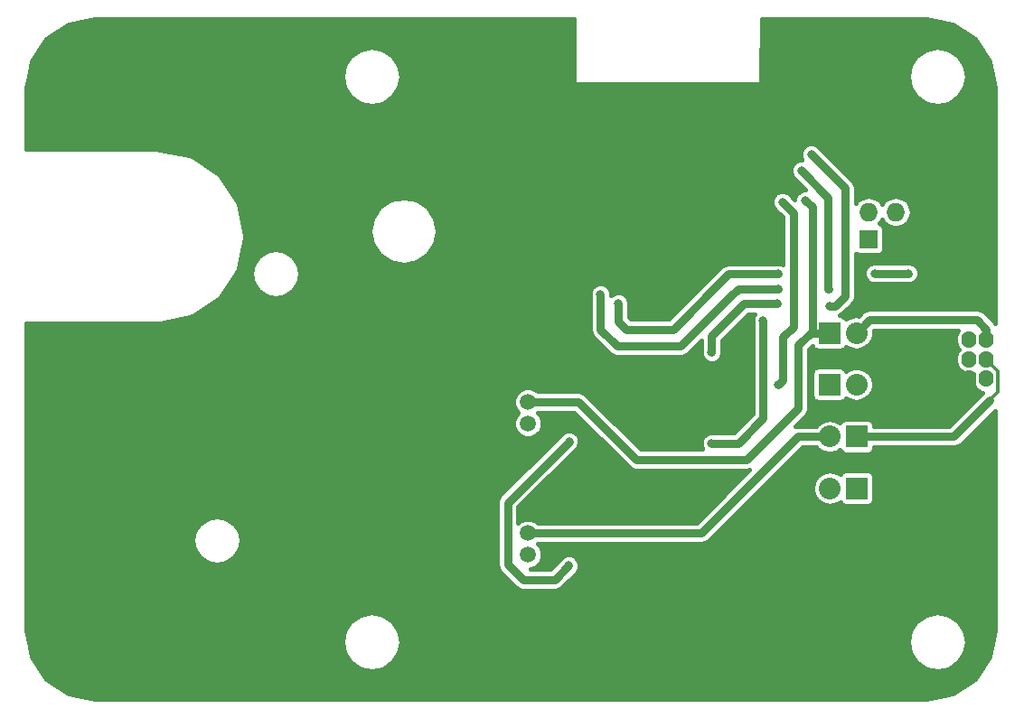
<source format=gtl>
G04 #@! TF.FileFunction,Copper,L1,Top,Signal*
%FSLAX46Y46*%
G04 Gerber Fmt 4.6, Leading zero omitted, Abs format (unit mm)*
G04 Created by KiCad (PCBNEW 4.0.0-rc1-stable) date 30.1.2017 12:24:40*
%MOMM*%
G01*
G04 APERTURE LIST*
%ADD10C,0.100000*%
%ADD11R,1.727200X1.727200*%
%ADD12O,1.727200X1.727200*%
%ADD13C,1.500000*%
%ADD14O,1.400000X1.600000*%
%ADD15R,2.032000X2.032000*%
%ADD16O,2.032000X2.032000*%
%ADD17C,0.800000*%
%ADD18C,0.800000*%
%ADD19C,0.300000*%
%ADD20C,0.400000*%
G04 APERTURE END LIST*
D10*
D11*
X79530000Y43760000D03*
D12*
X79530000Y46300000D03*
X82070000Y43760000D03*
X82070000Y46300000D03*
D13*
X47620000Y18170000D03*
X47620000Y16170000D03*
X47620000Y14170000D03*
X47620000Y30470000D03*
X47620000Y28470000D03*
X47620000Y26470000D03*
D14*
X88970000Y34330000D03*
X90570000Y34330000D03*
X90570000Y32500000D03*
X90570000Y30670000D03*
X88970000Y30670000D03*
X88970000Y32500000D03*
D15*
X78420000Y25240000D03*
D16*
X75880000Y25240000D03*
D15*
X78430000Y20400000D03*
D16*
X75890000Y20400000D03*
D15*
X75850000Y34960000D03*
D16*
X78390000Y34960000D03*
D15*
X75850000Y30130000D03*
D16*
X78390000Y30130000D03*
D17*
X51450000Y13140000D03*
X51470000Y24790000D03*
X76890000Y13140000D03*
X79880000Y32430000D03*
X81050000Y22750000D03*
X73050000Y18330000D03*
X72210000Y21300000D03*
X62970000Y39090000D03*
X62610000Y52320000D03*
X59320000Y52320000D03*
X59490000Y48290000D03*
X62670000Y48260000D03*
X76110000Y51590000D03*
X86450000Y37930000D03*
X84850000Y30660000D03*
X62820000Y32130000D03*
X63210000Y24790000D03*
X79900000Y9870000D03*
X69800000Y15760000D03*
X76670000Y9880000D03*
X83240000Y40540000D03*
X80130000Y40540000D03*
X54420000Y38600000D03*
X71080000Y39100000D03*
X71100000Y40470000D03*
X56100000Y37710000D03*
X73620000Y47400000D03*
X71460000Y47240000D03*
X71050000Y30070000D03*
X64840000Y24610000D03*
X69660000Y36100000D03*
X74160000Y51690000D03*
X75860000Y37480000D03*
X73230000Y50170000D03*
X71010000Y37680000D03*
X64840000Y33160000D03*
X75770000Y39100000D03*
D18*
X45720000Y19040000D02*
X45720000Y13260000D01*
X45720000Y13260000D02*
X47160000Y11820000D01*
X47160000Y11820000D02*
X50130000Y11820000D01*
X50130000Y11820000D02*
X51450000Y13140000D01*
X45720000Y19040000D02*
X51470000Y24790000D01*
X51470000Y24790000D02*
X51460000Y24790000D01*
X76670000Y9880000D02*
X76670000Y12920000D01*
X76670000Y12920000D02*
X76890000Y13140000D01*
X84850000Y30660000D02*
X81650000Y30660000D01*
X81650000Y30660000D02*
X79880000Y32430000D01*
X72210000Y21300000D02*
X72590000Y21300000D01*
X74040000Y22750000D02*
X81050000Y22750000D01*
X72590000Y21300000D02*
X74040000Y22750000D01*
X69800000Y15760000D02*
X69800000Y18890000D01*
X69800000Y18890000D02*
X72210000Y21300000D01*
X62670000Y48260000D02*
X62670000Y39390000D01*
X62670000Y39390000D02*
X62970000Y39090000D01*
X59320000Y52320000D02*
X62610000Y52320000D01*
X59490000Y48290000D02*
X62640000Y48290000D01*
X62640000Y48290000D02*
X62670000Y48260000D01*
X84180000Y45380000D02*
X84180000Y48940000D01*
X84180000Y48940000D02*
X81530000Y51590000D01*
X81530000Y51590000D02*
X76110000Y51590000D01*
X84180000Y45380000D02*
X82560000Y43760000D01*
X82070000Y43760000D02*
X82560000Y43760000D01*
X86450000Y37930000D02*
X86450000Y39380000D01*
X84860000Y30670000D02*
X84850000Y30660000D01*
X88970000Y30670000D02*
X84860000Y30670000D01*
X86450000Y39380000D02*
X82070000Y43760000D01*
X62820000Y32130000D02*
X59540000Y32130000D01*
X59410000Y32130000D02*
X57640000Y30360000D01*
X59540000Y32130000D02*
X59410000Y32130000D01*
X57640000Y30360000D02*
X63210000Y24790000D01*
X57530000Y30470000D02*
X57640000Y30360000D01*
X57530000Y30470000D02*
X47620000Y30470000D01*
X79890000Y9880000D02*
X79900000Y9870000D01*
X76670000Y9880000D02*
X79890000Y9880000D01*
X69800000Y15760000D02*
X69800000Y10990000D01*
X70910000Y9880000D02*
X76670000Y9880000D01*
X69800000Y10990000D02*
X70910000Y9880000D01*
X76670000Y9880000D02*
X76670000Y9870000D01*
X83240000Y40540000D02*
X80130000Y40540000D01*
X66570000Y38360000D02*
X67310000Y39100000D01*
X59570000Y33750000D02*
X61960000Y33750000D01*
X61960000Y33750000D02*
X66570000Y38360000D01*
X54420000Y38600000D02*
X54420000Y35290000D01*
X55960000Y33750000D02*
X59570000Y33750000D01*
X54420000Y35290000D02*
X55960000Y33750000D01*
X67310000Y39100000D02*
X71080000Y39100000D01*
X66440000Y40470000D02*
X71100000Y40470000D01*
X61260000Y35290000D02*
X65850000Y39880000D01*
X60770000Y35290000D02*
X61260000Y35290000D01*
X56100000Y37710000D02*
X56100000Y36030000D01*
X56840000Y35290000D02*
X60770000Y35290000D01*
X56100000Y36030000D02*
X56840000Y35290000D01*
X65850000Y39880000D02*
X66440000Y40470000D01*
X78390000Y34960000D02*
X79640000Y36210000D01*
X90570000Y35290000D02*
X90570000Y34330000D01*
X89650000Y36210000D02*
X90570000Y35290000D01*
X79640000Y36210000D02*
X89650000Y36210000D01*
X64820000Y23060000D02*
X68110000Y23060000D01*
X72940000Y33800000D02*
X74270000Y35130000D01*
X72940000Y27890000D02*
X72940000Y33800000D01*
X68110000Y23060000D02*
X72940000Y27890000D01*
X73620000Y47400000D02*
X74270000Y46750000D01*
X74270000Y46750000D02*
X74270000Y35130000D01*
X74270000Y35130000D02*
X74270000Y34960000D01*
X62200000Y23060000D02*
X57760000Y23060000D01*
X57760000Y23060000D02*
X52350000Y28470000D01*
X62200000Y23060000D02*
X64820000Y23060000D01*
X47620000Y28470000D02*
X52350000Y28470000D01*
X74270000Y34960000D02*
X75850000Y34960000D01*
D19*
X90910000Y28640000D02*
X91680000Y29410000D01*
D18*
X78420000Y25240000D02*
X87510000Y25240000D01*
X87510000Y25240000D02*
X90910000Y28640000D01*
D19*
X91680000Y31390000D02*
X90570000Y32500000D01*
X91680000Y29410000D02*
X91680000Y31390000D01*
D18*
X72480000Y37650000D02*
X72480000Y35530000D01*
X72480000Y37650000D02*
X72480000Y46220000D01*
X72480000Y46220000D02*
X71460000Y47240000D01*
X71500000Y30520000D02*
X71050000Y30070000D01*
X71500000Y34550000D02*
X71500000Y30520000D01*
X72480000Y35530000D02*
X71500000Y34550000D01*
X47620000Y16170000D02*
X63840000Y16170000D01*
X72910000Y25240000D02*
X75880000Y25240000D01*
X63840000Y16170000D02*
X72910000Y25240000D01*
X69660000Y36100000D02*
X69660000Y34830000D01*
X64840000Y24610000D02*
X67320000Y24610000D01*
X69660000Y26950000D02*
X69660000Y34830000D01*
X67320000Y24610000D02*
X69660000Y26950000D01*
X77310000Y40160000D02*
X77310000Y38380000D01*
X77310000Y48540000D02*
X77310000Y40160000D01*
X74160000Y51690000D02*
X77310000Y48540000D01*
X76410000Y37480000D02*
X75860000Y37480000D01*
X77310000Y38380000D02*
X76410000Y37480000D01*
X75760000Y47640000D02*
X75760000Y39100000D01*
X73230000Y50170000D02*
X75760000Y47640000D01*
X64840000Y34670000D02*
X67850000Y37680000D01*
X67850000Y37680000D02*
X71010000Y37680000D01*
X64840000Y33160000D02*
X64840000Y34670000D01*
X75770000Y39100000D02*
X75760000Y39100000D01*
D20*
G36*
X51940000Y58460325D02*
X51953678Y58387309D01*
X51996638Y58320546D01*
X52062189Y58275757D01*
X52140000Y58260000D01*
X69290000Y58260000D01*
X69362389Y58273560D01*
X69429221Y58316412D01*
X69474116Y58381890D01*
X69490000Y58459675D01*
X69490887Y59006400D01*
X83251100Y59006400D01*
X83460431Y57954021D01*
X84056556Y57061856D01*
X84948721Y56465731D01*
X86001100Y56256400D01*
X87053479Y56465731D01*
X87945644Y57061856D01*
X88541769Y57954021D01*
X88751100Y59006400D01*
X88541769Y60058779D01*
X87945644Y60950944D01*
X87053479Y61547069D01*
X86001100Y61756400D01*
X84948721Y61547069D01*
X84056556Y60950944D01*
X83460431Y60058779D01*
X83251100Y59006400D01*
X69490887Y59006400D01*
X69499573Y64356400D01*
X84937083Y64356400D01*
X87426266Y63861271D01*
X89482222Y62487524D01*
X90855971Y60431566D01*
X91351100Y57942379D01*
X91351100Y35886369D01*
X91277107Y35997107D01*
X91277104Y35997109D01*
X90357107Y36917107D01*
X90032684Y37133880D01*
X89650000Y37210000D01*
X79640000Y37210000D01*
X79257316Y37133880D01*
X78932893Y36917107D01*
X78563560Y36547774D01*
X78421659Y36576000D01*
X78358341Y36576000D01*
X77739925Y36452989D01*
X77412736Y36234369D01*
X77304510Y36402558D01*
X77104007Y36539556D01*
X76866000Y36587754D01*
X76840028Y36587754D01*
X77117107Y36772893D01*
X78017107Y37672893D01*
X78045118Y37714815D01*
X78233880Y37997317D01*
X78310000Y38380000D01*
X78310000Y40341960D01*
X79129827Y40341960D01*
X79281747Y39974286D01*
X79562806Y39692736D01*
X79930215Y39540174D01*
X80328040Y39539827D01*
X80328459Y39540000D01*
X83239701Y39540000D01*
X83438040Y39539827D01*
X83805714Y39691747D01*
X84087264Y39972806D01*
X84239826Y40340215D01*
X84240173Y40738040D01*
X84088253Y41105714D01*
X83807194Y41387264D01*
X83439785Y41539826D01*
X83041960Y41540173D01*
X83041541Y41540000D01*
X80130299Y41540000D01*
X79931960Y41540173D01*
X79564286Y41388253D01*
X79282736Y41107194D01*
X79130174Y40739785D01*
X79129827Y40341960D01*
X78310000Y40341960D01*
X78310000Y42413739D01*
X78428393Y42332844D01*
X78666400Y42284646D01*
X80393600Y42284646D01*
X80615946Y42326483D01*
X80820158Y42457890D01*
X80957156Y42658393D01*
X81005354Y42896400D01*
X81005354Y44623600D01*
X80963517Y44845946D01*
X80832110Y45050158D01*
X80631607Y45187156D01*
X80512940Y45211187D01*
X80593595Y45265079D01*
X80800000Y45573986D01*
X81006405Y45265079D01*
X81481231Y44947810D01*
X82041326Y44836400D01*
X82098674Y44836400D01*
X82658769Y44947810D01*
X83133595Y45265079D01*
X83450864Y45739905D01*
X83562274Y46300000D01*
X83450864Y46860095D01*
X83133595Y47334921D01*
X82658769Y47652190D01*
X82098674Y47763600D01*
X82041326Y47763600D01*
X81481231Y47652190D01*
X81006405Y47334921D01*
X80800000Y47026014D01*
X80593595Y47334921D01*
X80118769Y47652190D01*
X79558674Y47763600D01*
X79501326Y47763600D01*
X78941231Y47652190D01*
X78466405Y47334921D01*
X78310000Y47100845D01*
X78310000Y48539995D01*
X78310001Y48540000D01*
X78233880Y48922684D01*
X78017107Y49247107D01*
X74867106Y52397108D01*
X74727194Y52537264D01*
X74542686Y52613879D01*
X74542684Y52613880D01*
X74542682Y52613880D01*
X74359785Y52689826D01*
X73961960Y52690173D01*
X73777318Y52613880D01*
X73777316Y52613880D01*
X73777314Y52613879D01*
X73594286Y52538253D01*
X73312736Y52257194D01*
X73236121Y52072686D01*
X73236120Y52072684D01*
X73236120Y52072682D01*
X73160174Y51889785D01*
X73159827Y51491960D01*
X73292881Y51169945D01*
X73031960Y51170173D01*
X72847318Y51093880D01*
X72847316Y51093880D01*
X72847314Y51093879D01*
X72664286Y51018253D01*
X72382736Y50737194D01*
X72306121Y50552686D01*
X72306120Y50552684D01*
X72306120Y50552682D01*
X72230174Y50369785D01*
X72229827Y49971960D01*
X72381747Y49604286D01*
X72662806Y49322736D01*
X72663223Y49322563D01*
X73585756Y48400030D01*
X73421960Y48400173D01*
X73237318Y48323880D01*
X73237316Y48323880D01*
X73237314Y48323879D01*
X73054286Y48248253D01*
X72772736Y47967194D01*
X72696121Y47782686D01*
X72696120Y47782684D01*
X72696120Y47782682D01*
X72620174Y47599785D01*
X72620082Y47494132D01*
X72167106Y47947108D01*
X72027194Y48087264D01*
X71842686Y48163879D01*
X71842684Y48163880D01*
X71842682Y48163880D01*
X71659785Y48239826D01*
X71261960Y48240173D01*
X71077318Y48163880D01*
X71077316Y48163880D01*
X71077314Y48163879D01*
X70894286Y48088253D01*
X70612736Y47807194D01*
X70536121Y47622686D01*
X70536120Y47622684D01*
X70536120Y47622682D01*
X70460174Y47439785D01*
X70459827Y47041960D01*
X70611747Y46674286D01*
X70892806Y46392736D01*
X70893223Y46392563D01*
X71480000Y45805786D01*
X71480000Y41394994D01*
X71299785Y41469826D01*
X70901960Y41470173D01*
X70901541Y41470000D01*
X66440000Y41470000D01*
X66057316Y41393880D01*
X65732893Y41177107D01*
X60845786Y36290000D01*
X57254214Y36290000D01*
X57100000Y36444214D01*
X57100000Y37710000D01*
X57100173Y37908040D01*
X56948253Y38275714D01*
X56667194Y38557264D01*
X56299785Y38709826D01*
X55901960Y38710173D01*
X55534286Y38558253D01*
X55420000Y38444166D01*
X55420000Y38600000D01*
X55420173Y38798040D01*
X55268253Y39165714D01*
X54987194Y39447264D01*
X54619785Y39599826D01*
X54221960Y39600173D01*
X53854286Y39448253D01*
X53572736Y39167194D01*
X53420174Y38799785D01*
X53419827Y38401960D01*
X53420000Y38401541D01*
X53420000Y35290000D01*
X53496120Y34907316D01*
X53712893Y34582893D01*
X55252893Y33042893D01*
X55577316Y32826120D01*
X55960000Y32750000D01*
X61960000Y32750000D01*
X62342684Y32826120D01*
X62667107Y33042893D01*
X63840000Y34215786D01*
X63840000Y33160299D01*
X63839827Y32961960D01*
X63991747Y32594286D01*
X64272806Y32312736D01*
X64640215Y32160174D01*
X65038040Y32159827D01*
X65405714Y32311747D01*
X65687264Y32592806D01*
X65839826Y32960215D01*
X65840173Y33358040D01*
X65840000Y33358459D01*
X65840000Y34255786D01*
X68264214Y36680000D01*
X68825564Y36680000D01*
X68812736Y36667194D01*
X68660174Y36299785D01*
X68659827Y35901960D01*
X68660000Y35901541D01*
X68660000Y27364214D01*
X66905786Y25610000D01*
X64840299Y25610000D01*
X64641960Y25610173D01*
X64274286Y25458253D01*
X63992736Y25177194D01*
X63840174Y24809785D01*
X63839827Y24411960D01*
X63985254Y24060000D01*
X58174214Y24060000D01*
X53057107Y29177107D01*
X52732684Y29393880D01*
X52350000Y29470000D01*
X48529269Y29470000D01*
X48385712Y29613807D01*
X47889710Y29819765D01*
X47352647Y29820234D01*
X46856285Y29615142D01*
X46476193Y29235712D01*
X46270235Y28739710D01*
X46269766Y28202647D01*
X46474858Y27706285D01*
X46710810Y27469921D01*
X46476193Y27235712D01*
X46270235Y26739710D01*
X46269766Y26202647D01*
X46474858Y25706285D01*
X46854288Y25326193D01*
X47350290Y25120235D01*
X47887353Y25119766D01*
X48383715Y25324858D01*
X48763807Y25704288D01*
X48969765Y26200290D01*
X48970234Y26737353D01*
X48765142Y27233715D01*
X48529269Y27470000D01*
X51935786Y27470000D01*
X57052893Y22352893D01*
X57377317Y22136120D01*
X57760000Y22060000D01*
X68110000Y22060000D01*
X68366883Y22111097D01*
X63425786Y17170000D01*
X48529269Y17170000D01*
X48385712Y17313807D01*
X47889710Y17519765D01*
X47352647Y17520234D01*
X46856285Y17315142D01*
X46720000Y17179094D01*
X46720000Y18625786D01*
X52177108Y24082894D01*
X52317264Y24222806D01*
X52393879Y24407314D01*
X52393880Y24407316D01*
X52393880Y24407318D01*
X52469826Y24590215D01*
X52470173Y24988040D01*
X52318253Y25355714D01*
X52037194Y25637264D01*
X51852686Y25713879D01*
X51852684Y25713880D01*
X51852682Y25713880D01*
X51669785Y25789826D01*
X51271960Y25790173D01*
X51096600Y25717716D01*
X51077317Y25713880D01*
X51061112Y25703052D01*
X50904286Y25638253D01*
X50783137Y25517316D01*
X50752893Y25497107D01*
X50732861Y25467127D01*
X50622736Y25357194D01*
X50622563Y25356777D01*
X45012893Y19747107D01*
X44796120Y19422684D01*
X44763226Y19257315D01*
X44720000Y19040000D01*
X44720000Y13260000D01*
X44796120Y12877316D01*
X45012893Y12552893D01*
X46452891Y11112896D01*
X46452893Y11112893D01*
X46615105Y11004507D01*
X46777316Y10896120D01*
X47160000Y10819999D01*
X47160005Y10820000D01*
X50130000Y10820000D01*
X50512684Y10896120D01*
X50837107Y11112893D01*
X52157108Y12432894D01*
X52297264Y12572806D01*
X52373879Y12757314D01*
X52373880Y12757316D01*
X52373880Y12757318D01*
X52449826Y12940215D01*
X52450173Y13338040D01*
X52298253Y13705714D01*
X52017194Y13987264D01*
X51832686Y14063879D01*
X51832684Y14063880D01*
X51832682Y14063880D01*
X51649785Y14139826D01*
X51251960Y14140173D01*
X51067318Y14063880D01*
X51067316Y14063880D01*
X51067314Y14063879D01*
X50884286Y13988253D01*
X50602736Y13707194D01*
X50602563Y13706777D01*
X49715786Y12820000D01*
X47887919Y12820000D01*
X48383715Y13024858D01*
X48763807Y13404288D01*
X48969765Y13900290D01*
X48970234Y14437353D01*
X48765142Y14933715D01*
X48529269Y15170000D01*
X63840000Y15170000D01*
X64222684Y15246120D01*
X64547107Y15462893D01*
X69484214Y20400000D01*
X74242341Y20400000D01*
X74365352Y19781584D01*
X74715656Y19257315D01*
X75239925Y18907011D01*
X75858341Y18784000D01*
X75921659Y18784000D01*
X76540075Y18907011D01*
X76867264Y19125631D01*
X76975490Y18957442D01*
X77175993Y18820444D01*
X77414000Y18772246D01*
X79446000Y18772246D01*
X79668346Y18814083D01*
X79872558Y18945490D01*
X80009556Y19145993D01*
X80057754Y19384000D01*
X80057754Y21416000D01*
X80015917Y21638346D01*
X79884510Y21842558D01*
X79684007Y21979556D01*
X79446000Y22027754D01*
X77414000Y22027754D01*
X77191654Y21985917D01*
X76987442Y21854510D01*
X76865268Y21675703D01*
X76540075Y21892989D01*
X75921659Y22016000D01*
X75858341Y22016000D01*
X75239925Y21892989D01*
X74715656Y21542685D01*
X74365352Y21018416D01*
X74242341Y20400000D01*
X69484214Y20400000D01*
X73324214Y24240000D01*
X74610317Y24240000D01*
X74705656Y24097315D01*
X75229925Y23747011D01*
X75848341Y23624000D01*
X75911659Y23624000D01*
X76530075Y23747011D01*
X76857264Y23965631D01*
X76965490Y23797442D01*
X77165993Y23660444D01*
X77404000Y23612246D01*
X79436000Y23612246D01*
X79658346Y23654083D01*
X79862558Y23785490D01*
X79999556Y23985993D01*
X80047754Y24224000D01*
X80047754Y24240000D01*
X87510000Y24240000D01*
X87892684Y24316120D01*
X88217107Y24532893D01*
X91351100Y27666886D01*
X91351100Y7070421D01*
X90855971Y4581234D01*
X89482222Y2525276D01*
X87426266Y1151529D01*
X84937083Y656400D01*
X7065121Y656400D01*
X4575934Y1151529D01*
X2519976Y2525278D01*
X1146229Y4581234D01*
X862747Y6006400D01*
X30251100Y6006400D01*
X30460431Y4954021D01*
X31056556Y4061856D01*
X31948721Y3465731D01*
X33001100Y3256400D01*
X34053479Y3465731D01*
X34945644Y4061856D01*
X35541769Y4954021D01*
X35751100Y6006400D01*
X83251100Y6006400D01*
X83460431Y4954021D01*
X84056556Y4061856D01*
X84948721Y3465731D01*
X86001100Y3256400D01*
X87053479Y3465731D01*
X87945644Y4061856D01*
X88541769Y4954021D01*
X88751100Y6006400D01*
X88541769Y7058779D01*
X87945644Y7950944D01*
X87053479Y8547069D01*
X86001100Y8756400D01*
X84948721Y8547069D01*
X84056556Y7950944D01*
X83460431Y7058779D01*
X83251100Y6006400D01*
X35751100Y6006400D01*
X35541769Y7058779D01*
X34945644Y7950944D01*
X34053479Y8547069D01*
X33001100Y8756400D01*
X31948721Y8547069D01*
X31056556Y7950944D01*
X30460431Y7058779D01*
X30251100Y6006400D01*
X862747Y6006400D01*
X651100Y7070417D01*
X651100Y15506400D01*
X16236960Y15506400D01*
X16408231Y14645362D01*
X16895970Y13915410D01*
X17625922Y13427671D01*
X18486960Y13256400D01*
X19347998Y13427671D01*
X20077950Y13915410D01*
X20565689Y14645362D01*
X20736960Y15506400D01*
X20565689Y16367438D01*
X20077950Y17097390D01*
X19347998Y17585129D01*
X18486960Y17756400D01*
X17625922Y17585129D01*
X16895970Y17097390D01*
X16408231Y16367438D01*
X16236960Y15506400D01*
X651100Y15506400D01*
X651100Y35856400D01*
X12986960Y35856400D01*
X13049751Y35868890D01*
X13113769Y35868890D01*
X15983890Y36439793D01*
X15983895Y36439793D01*
X16144697Y36506400D01*
X16218206Y36536848D01*
X16218207Y36536849D01*
X18651381Y38162643D01*
X18830716Y38341978D01*
X20276936Y40506400D01*
X21736960Y40506400D01*
X21908231Y39645362D01*
X22395970Y38915410D01*
X23125922Y38427671D01*
X23986960Y38256400D01*
X24847998Y38427671D01*
X25577950Y38915410D01*
X26065689Y39645362D01*
X26236960Y40506400D01*
X26065689Y41367438D01*
X25577950Y42097390D01*
X24847998Y42585129D01*
X23986960Y42756400D01*
X23125922Y42585129D01*
X22395970Y42097390D01*
X21908231Y41367438D01*
X21736960Y40506400D01*
X20276936Y40506400D01*
X20456509Y40775150D01*
X20456512Y40775153D01*
X20553566Y41009465D01*
X21124469Y43879588D01*
X21124471Y43879592D01*
X21124471Y44133208D01*
X21124469Y44133212D01*
X21050238Y44506400D01*
X32836960Y44506400D01*
X33076739Y43300947D01*
X33759574Y42279014D01*
X34781507Y41596179D01*
X35986960Y41356400D01*
X37192413Y41596179D01*
X38214346Y42279014D01*
X38897181Y43300947D01*
X39136960Y44506400D01*
X38897181Y45711853D01*
X38214346Y46733786D01*
X37192413Y47416621D01*
X35986960Y47656400D01*
X34781507Y47416621D01*
X33759574Y46733786D01*
X33076739Y45711853D01*
X32836960Y44506400D01*
X21050238Y44506400D01*
X20553566Y47003335D01*
X20456512Y47237647D01*
X20456509Y47237650D01*
X18830716Y49670822D01*
X18651381Y49850157D01*
X16218207Y51475951D01*
X16218206Y51475952D01*
X16131652Y51511803D01*
X15983895Y51573007D01*
X15983890Y51573007D01*
X13113769Y52143910D01*
X13049751Y52143910D01*
X12986960Y52156400D01*
X651100Y52156400D01*
X651100Y57942383D01*
X862746Y59006400D01*
X30251100Y59006400D01*
X30460431Y57954021D01*
X31056556Y57061856D01*
X31948721Y56465731D01*
X33001100Y56256400D01*
X34053479Y56465731D01*
X34945644Y57061856D01*
X35541769Y57954021D01*
X35751100Y59006400D01*
X35541769Y60058779D01*
X34945644Y60950944D01*
X34053479Y61547069D01*
X33001100Y61756400D01*
X31948721Y61547069D01*
X31056556Y60950944D01*
X30460431Y60058779D01*
X30251100Y59006400D01*
X862746Y59006400D01*
X1146229Y60431566D01*
X2519976Y62487522D01*
X4575934Y63861271D01*
X7065121Y64356400D01*
X51949587Y64356400D01*
X51940000Y58460325D01*
X51940000Y58460325D01*
G37*
X51940000Y58460325D02*
X51953678Y58387309D01*
X51996638Y58320546D01*
X52062189Y58275757D01*
X52140000Y58260000D01*
X69290000Y58260000D01*
X69362389Y58273560D01*
X69429221Y58316412D01*
X69474116Y58381890D01*
X69490000Y58459675D01*
X69490887Y59006400D01*
X83251100Y59006400D01*
X83460431Y57954021D01*
X84056556Y57061856D01*
X84948721Y56465731D01*
X86001100Y56256400D01*
X87053479Y56465731D01*
X87945644Y57061856D01*
X88541769Y57954021D01*
X88751100Y59006400D01*
X88541769Y60058779D01*
X87945644Y60950944D01*
X87053479Y61547069D01*
X86001100Y61756400D01*
X84948721Y61547069D01*
X84056556Y60950944D01*
X83460431Y60058779D01*
X83251100Y59006400D01*
X69490887Y59006400D01*
X69499573Y64356400D01*
X84937083Y64356400D01*
X87426266Y63861271D01*
X89482222Y62487524D01*
X90855971Y60431566D01*
X91351100Y57942379D01*
X91351100Y35886369D01*
X91277107Y35997107D01*
X91277104Y35997109D01*
X90357107Y36917107D01*
X90032684Y37133880D01*
X89650000Y37210000D01*
X79640000Y37210000D01*
X79257316Y37133880D01*
X78932893Y36917107D01*
X78563560Y36547774D01*
X78421659Y36576000D01*
X78358341Y36576000D01*
X77739925Y36452989D01*
X77412736Y36234369D01*
X77304510Y36402558D01*
X77104007Y36539556D01*
X76866000Y36587754D01*
X76840028Y36587754D01*
X77117107Y36772893D01*
X78017107Y37672893D01*
X78045118Y37714815D01*
X78233880Y37997317D01*
X78310000Y38380000D01*
X78310000Y40341960D01*
X79129827Y40341960D01*
X79281747Y39974286D01*
X79562806Y39692736D01*
X79930215Y39540174D01*
X80328040Y39539827D01*
X80328459Y39540000D01*
X83239701Y39540000D01*
X83438040Y39539827D01*
X83805714Y39691747D01*
X84087264Y39972806D01*
X84239826Y40340215D01*
X84240173Y40738040D01*
X84088253Y41105714D01*
X83807194Y41387264D01*
X83439785Y41539826D01*
X83041960Y41540173D01*
X83041541Y41540000D01*
X80130299Y41540000D01*
X79931960Y41540173D01*
X79564286Y41388253D01*
X79282736Y41107194D01*
X79130174Y40739785D01*
X79129827Y40341960D01*
X78310000Y40341960D01*
X78310000Y42413739D01*
X78428393Y42332844D01*
X78666400Y42284646D01*
X80393600Y42284646D01*
X80615946Y42326483D01*
X80820158Y42457890D01*
X80957156Y42658393D01*
X81005354Y42896400D01*
X81005354Y44623600D01*
X80963517Y44845946D01*
X80832110Y45050158D01*
X80631607Y45187156D01*
X80512940Y45211187D01*
X80593595Y45265079D01*
X80800000Y45573986D01*
X81006405Y45265079D01*
X81481231Y44947810D01*
X82041326Y44836400D01*
X82098674Y44836400D01*
X82658769Y44947810D01*
X83133595Y45265079D01*
X83450864Y45739905D01*
X83562274Y46300000D01*
X83450864Y46860095D01*
X83133595Y47334921D01*
X82658769Y47652190D01*
X82098674Y47763600D01*
X82041326Y47763600D01*
X81481231Y47652190D01*
X81006405Y47334921D01*
X80800000Y47026014D01*
X80593595Y47334921D01*
X80118769Y47652190D01*
X79558674Y47763600D01*
X79501326Y47763600D01*
X78941231Y47652190D01*
X78466405Y47334921D01*
X78310000Y47100845D01*
X78310000Y48539995D01*
X78310001Y48540000D01*
X78233880Y48922684D01*
X78017107Y49247107D01*
X74867106Y52397108D01*
X74727194Y52537264D01*
X74542686Y52613879D01*
X74542684Y52613880D01*
X74542682Y52613880D01*
X74359785Y52689826D01*
X73961960Y52690173D01*
X73777318Y52613880D01*
X73777316Y52613880D01*
X73777314Y52613879D01*
X73594286Y52538253D01*
X73312736Y52257194D01*
X73236121Y52072686D01*
X73236120Y52072684D01*
X73236120Y52072682D01*
X73160174Y51889785D01*
X73159827Y51491960D01*
X73292881Y51169945D01*
X73031960Y51170173D01*
X72847318Y51093880D01*
X72847316Y51093880D01*
X72847314Y51093879D01*
X72664286Y51018253D01*
X72382736Y50737194D01*
X72306121Y50552686D01*
X72306120Y50552684D01*
X72306120Y50552682D01*
X72230174Y50369785D01*
X72229827Y49971960D01*
X72381747Y49604286D01*
X72662806Y49322736D01*
X72663223Y49322563D01*
X73585756Y48400030D01*
X73421960Y48400173D01*
X73237318Y48323880D01*
X73237316Y48323880D01*
X73237314Y48323879D01*
X73054286Y48248253D01*
X72772736Y47967194D01*
X72696121Y47782686D01*
X72696120Y47782684D01*
X72696120Y47782682D01*
X72620174Y47599785D01*
X72620082Y47494132D01*
X72167106Y47947108D01*
X72027194Y48087264D01*
X71842686Y48163879D01*
X71842684Y48163880D01*
X71842682Y48163880D01*
X71659785Y48239826D01*
X71261960Y48240173D01*
X71077318Y48163880D01*
X71077316Y48163880D01*
X71077314Y48163879D01*
X70894286Y48088253D01*
X70612736Y47807194D01*
X70536121Y47622686D01*
X70536120Y47622684D01*
X70536120Y47622682D01*
X70460174Y47439785D01*
X70459827Y47041960D01*
X70611747Y46674286D01*
X70892806Y46392736D01*
X70893223Y46392563D01*
X71480000Y45805786D01*
X71480000Y41394994D01*
X71299785Y41469826D01*
X70901960Y41470173D01*
X70901541Y41470000D01*
X66440000Y41470000D01*
X66057316Y41393880D01*
X65732893Y41177107D01*
X60845786Y36290000D01*
X57254214Y36290000D01*
X57100000Y36444214D01*
X57100000Y37710000D01*
X57100173Y37908040D01*
X56948253Y38275714D01*
X56667194Y38557264D01*
X56299785Y38709826D01*
X55901960Y38710173D01*
X55534286Y38558253D01*
X55420000Y38444166D01*
X55420000Y38600000D01*
X55420173Y38798040D01*
X55268253Y39165714D01*
X54987194Y39447264D01*
X54619785Y39599826D01*
X54221960Y39600173D01*
X53854286Y39448253D01*
X53572736Y39167194D01*
X53420174Y38799785D01*
X53419827Y38401960D01*
X53420000Y38401541D01*
X53420000Y35290000D01*
X53496120Y34907316D01*
X53712893Y34582893D01*
X55252893Y33042893D01*
X55577316Y32826120D01*
X55960000Y32750000D01*
X61960000Y32750000D01*
X62342684Y32826120D01*
X62667107Y33042893D01*
X63840000Y34215786D01*
X63840000Y33160299D01*
X63839827Y32961960D01*
X63991747Y32594286D01*
X64272806Y32312736D01*
X64640215Y32160174D01*
X65038040Y32159827D01*
X65405714Y32311747D01*
X65687264Y32592806D01*
X65839826Y32960215D01*
X65840173Y33358040D01*
X65840000Y33358459D01*
X65840000Y34255786D01*
X68264214Y36680000D01*
X68825564Y36680000D01*
X68812736Y36667194D01*
X68660174Y36299785D01*
X68659827Y35901960D01*
X68660000Y35901541D01*
X68660000Y27364214D01*
X66905786Y25610000D01*
X64840299Y25610000D01*
X64641960Y25610173D01*
X64274286Y25458253D01*
X63992736Y25177194D01*
X63840174Y24809785D01*
X63839827Y24411960D01*
X63985254Y24060000D01*
X58174214Y24060000D01*
X53057107Y29177107D01*
X52732684Y29393880D01*
X52350000Y29470000D01*
X48529269Y29470000D01*
X48385712Y29613807D01*
X47889710Y29819765D01*
X47352647Y29820234D01*
X46856285Y29615142D01*
X46476193Y29235712D01*
X46270235Y28739710D01*
X46269766Y28202647D01*
X46474858Y27706285D01*
X46710810Y27469921D01*
X46476193Y27235712D01*
X46270235Y26739710D01*
X46269766Y26202647D01*
X46474858Y25706285D01*
X46854288Y25326193D01*
X47350290Y25120235D01*
X47887353Y25119766D01*
X48383715Y25324858D01*
X48763807Y25704288D01*
X48969765Y26200290D01*
X48970234Y26737353D01*
X48765142Y27233715D01*
X48529269Y27470000D01*
X51935786Y27470000D01*
X57052893Y22352893D01*
X57377317Y22136120D01*
X57760000Y22060000D01*
X68110000Y22060000D01*
X68366883Y22111097D01*
X63425786Y17170000D01*
X48529269Y17170000D01*
X48385712Y17313807D01*
X47889710Y17519765D01*
X47352647Y17520234D01*
X46856285Y17315142D01*
X46720000Y17179094D01*
X46720000Y18625786D01*
X52177108Y24082894D01*
X52317264Y24222806D01*
X52393879Y24407314D01*
X52393880Y24407316D01*
X52393880Y24407318D01*
X52469826Y24590215D01*
X52470173Y24988040D01*
X52318253Y25355714D01*
X52037194Y25637264D01*
X51852686Y25713879D01*
X51852684Y25713880D01*
X51852682Y25713880D01*
X51669785Y25789826D01*
X51271960Y25790173D01*
X51096600Y25717716D01*
X51077317Y25713880D01*
X51061112Y25703052D01*
X50904286Y25638253D01*
X50783137Y25517316D01*
X50752893Y25497107D01*
X50732861Y25467127D01*
X50622736Y25357194D01*
X50622563Y25356777D01*
X45012893Y19747107D01*
X44796120Y19422684D01*
X44763226Y19257315D01*
X44720000Y19040000D01*
X44720000Y13260000D01*
X44796120Y12877316D01*
X45012893Y12552893D01*
X46452891Y11112896D01*
X46452893Y11112893D01*
X46615105Y11004507D01*
X46777316Y10896120D01*
X47160000Y10819999D01*
X47160005Y10820000D01*
X50130000Y10820000D01*
X50512684Y10896120D01*
X50837107Y11112893D01*
X52157108Y12432894D01*
X52297264Y12572806D01*
X52373879Y12757314D01*
X52373880Y12757316D01*
X52373880Y12757318D01*
X52449826Y12940215D01*
X52450173Y13338040D01*
X52298253Y13705714D01*
X52017194Y13987264D01*
X51832686Y14063879D01*
X51832684Y14063880D01*
X51832682Y14063880D01*
X51649785Y14139826D01*
X51251960Y14140173D01*
X51067318Y14063880D01*
X51067316Y14063880D01*
X51067314Y14063879D01*
X50884286Y13988253D01*
X50602736Y13707194D01*
X50602563Y13706777D01*
X49715786Y12820000D01*
X47887919Y12820000D01*
X48383715Y13024858D01*
X48763807Y13404288D01*
X48969765Y13900290D01*
X48970234Y14437353D01*
X48765142Y14933715D01*
X48529269Y15170000D01*
X63840000Y15170000D01*
X64222684Y15246120D01*
X64547107Y15462893D01*
X69484214Y20400000D01*
X74242341Y20400000D01*
X74365352Y19781584D01*
X74715656Y19257315D01*
X75239925Y18907011D01*
X75858341Y18784000D01*
X75921659Y18784000D01*
X76540075Y18907011D01*
X76867264Y19125631D01*
X76975490Y18957442D01*
X77175993Y18820444D01*
X77414000Y18772246D01*
X79446000Y18772246D01*
X79668346Y18814083D01*
X79872558Y18945490D01*
X80009556Y19145993D01*
X80057754Y19384000D01*
X80057754Y21416000D01*
X80015917Y21638346D01*
X79884510Y21842558D01*
X79684007Y21979556D01*
X79446000Y22027754D01*
X77414000Y22027754D01*
X77191654Y21985917D01*
X76987442Y21854510D01*
X76865268Y21675703D01*
X76540075Y21892989D01*
X75921659Y22016000D01*
X75858341Y22016000D01*
X75239925Y21892989D01*
X74715656Y21542685D01*
X74365352Y21018416D01*
X74242341Y20400000D01*
X69484214Y20400000D01*
X73324214Y24240000D01*
X74610317Y24240000D01*
X74705656Y24097315D01*
X75229925Y23747011D01*
X75848341Y23624000D01*
X75911659Y23624000D01*
X76530075Y23747011D01*
X76857264Y23965631D01*
X76965490Y23797442D01*
X77165993Y23660444D01*
X77404000Y23612246D01*
X79436000Y23612246D01*
X79658346Y23654083D01*
X79862558Y23785490D01*
X79999556Y23985993D01*
X80047754Y24224000D01*
X80047754Y24240000D01*
X87510000Y24240000D01*
X87892684Y24316120D01*
X88217107Y24532893D01*
X91351100Y27666886D01*
X91351100Y7070421D01*
X90855971Y4581234D01*
X89482222Y2525276D01*
X87426266Y1151529D01*
X84937083Y656400D01*
X7065121Y656400D01*
X4575934Y1151529D01*
X2519976Y2525278D01*
X1146229Y4581234D01*
X862747Y6006400D01*
X30251100Y6006400D01*
X30460431Y4954021D01*
X31056556Y4061856D01*
X31948721Y3465731D01*
X33001100Y3256400D01*
X34053479Y3465731D01*
X34945644Y4061856D01*
X35541769Y4954021D01*
X35751100Y6006400D01*
X83251100Y6006400D01*
X83460431Y4954021D01*
X84056556Y4061856D01*
X84948721Y3465731D01*
X86001100Y3256400D01*
X87053479Y3465731D01*
X87945644Y4061856D01*
X88541769Y4954021D01*
X88751100Y6006400D01*
X88541769Y7058779D01*
X87945644Y7950944D01*
X87053479Y8547069D01*
X86001100Y8756400D01*
X84948721Y8547069D01*
X84056556Y7950944D01*
X83460431Y7058779D01*
X83251100Y6006400D01*
X35751100Y6006400D01*
X35541769Y7058779D01*
X34945644Y7950944D01*
X34053479Y8547069D01*
X33001100Y8756400D01*
X31948721Y8547069D01*
X31056556Y7950944D01*
X30460431Y7058779D01*
X30251100Y6006400D01*
X862747Y6006400D01*
X651100Y7070417D01*
X651100Y15506400D01*
X16236960Y15506400D01*
X16408231Y14645362D01*
X16895970Y13915410D01*
X17625922Y13427671D01*
X18486960Y13256400D01*
X19347998Y13427671D01*
X20077950Y13915410D01*
X20565689Y14645362D01*
X20736960Y15506400D01*
X20565689Y16367438D01*
X20077950Y17097390D01*
X19347998Y17585129D01*
X18486960Y17756400D01*
X17625922Y17585129D01*
X16895970Y17097390D01*
X16408231Y16367438D01*
X16236960Y15506400D01*
X651100Y15506400D01*
X651100Y35856400D01*
X12986960Y35856400D01*
X13049751Y35868890D01*
X13113769Y35868890D01*
X15983890Y36439793D01*
X15983895Y36439793D01*
X16144697Y36506400D01*
X16218206Y36536848D01*
X16218207Y36536849D01*
X18651381Y38162643D01*
X18830716Y38341978D01*
X20276936Y40506400D01*
X21736960Y40506400D01*
X21908231Y39645362D01*
X22395970Y38915410D01*
X23125922Y38427671D01*
X23986960Y38256400D01*
X24847998Y38427671D01*
X25577950Y38915410D01*
X26065689Y39645362D01*
X26236960Y40506400D01*
X26065689Y41367438D01*
X25577950Y42097390D01*
X24847998Y42585129D01*
X23986960Y42756400D01*
X23125922Y42585129D01*
X22395970Y42097390D01*
X21908231Y41367438D01*
X21736960Y40506400D01*
X20276936Y40506400D01*
X20456509Y40775150D01*
X20456512Y40775153D01*
X20553566Y41009465D01*
X21124469Y43879588D01*
X21124471Y43879592D01*
X21124471Y44133208D01*
X21124469Y44133212D01*
X21050238Y44506400D01*
X32836960Y44506400D01*
X33076739Y43300947D01*
X33759574Y42279014D01*
X34781507Y41596179D01*
X35986960Y41356400D01*
X37192413Y41596179D01*
X38214346Y42279014D01*
X38897181Y43300947D01*
X39136960Y44506400D01*
X38897181Y45711853D01*
X38214346Y46733786D01*
X37192413Y47416621D01*
X35986960Y47656400D01*
X34781507Y47416621D01*
X33759574Y46733786D01*
X33076739Y45711853D01*
X32836960Y44506400D01*
X21050238Y44506400D01*
X20553566Y47003335D01*
X20456512Y47237647D01*
X20456509Y47237650D01*
X18830716Y49670822D01*
X18651381Y49850157D01*
X16218207Y51475951D01*
X16218206Y51475952D01*
X16131652Y51511803D01*
X15983895Y51573007D01*
X15983890Y51573007D01*
X13113769Y52143910D01*
X13049751Y52143910D01*
X12986960Y52156400D01*
X651100Y52156400D01*
X651100Y57942383D01*
X862746Y59006400D01*
X30251100Y59006400D01*
X30460431Y57954021D01*
X31056556Y57061856D01*
X31948721Y56465731D01*
X33001100Y56256400D01*
X34053479Y56465731D01*
X34945644Y57061856D01*
X35541769Y57954021D01*
X35751100Y59006400D01*
X35541769Y60058779D01*
X34945644Y60950944D01*
X34053479Y61547069D01*
X33001100Y61756400D01*
X31948721Y61547069D01*
X31056556Y60950944D01*
X30460431Y60058779D01*
X30251100Y59006400D01*
X862746Y59006400D01*
X1146229Y60431566D01*
X2519976Y62487522D01*
X4575934Y63861271D01*
X7065121Y64356400D01*
X51949587Y64356400D01*
X51940000Y58460325D01*
G36*
X87768957Y34954916D02*
X87670000Y34457428D01*
X87670000Y34202572D01*
X87768957Y33705084D01*
X87962784Y33415000D01*
X87768957Y33124916D01*
X87670000Y32627428D01*
X87670000Y32372572D01*
X87768957Y31875084D01*
X88050761Y31453333D01*
X88472512Y31171529D01*
X88970000Y31072572D01*
X89339343Y31146039D01*
X89270000Y30797428D01*
X89270000Y30542572D01*
X89368957Y30045084D01*
X89650761Y29623333D01*
X90072512Y29341529D01*
X90176609Y29320823D01*
X87095786Y26240000D01*
X80047754Y26240000D01*
X80047754Y26256000D01*
X80005917Y26478346D01*
X79874510Y26682558D01*
X79674007Y26819556D01*
X79436000Y26867754D01*
X77404000Y26867754D01*
X77181654Y26825917D01*
X76977442Y26694510D01*
X76855268Y26515703D01*
X76530075Y26732989D01*
X75911659Y26856000D01*
X75848341Y26856000D01*
X75229925Y26732989D01*
X74705656Y26382685D01*
X74610317Y26240000D01*
X72910000Y26240000D01*
X72653116Y26188903D01*
X73647104Y27182891D01*
X73647107Y27182893D01*
X73838946Y27470000D01*
X73863880Y27507316D01*
X73940001Y27890000D01*
X73940000Y27890005D01*
X73940000Y31146000D01*
X74222246Y31146000D01*
X74222246Y29114000D01*
X74264083Y28891654D01*
X74395490Y28687442D01*
X74595993Y28550444D01*
X74834000Y28502246D01*
X76866000Y28502246D01*
X77088346Y28544083D01*
X77292558Y28675490D01*
X77414732Y28854297D01*
X77739925Y28637011D01*
X78358341Y28514000D01*
X78421659Y28514000D01*
X79040075Y28637011D01*
X79564344Y28987315D01*
X79914648Y29511584D01*
X80037659Y30130000D01*
X79914648Y30748416D01*
X79564344Y31272685D01*
X79040075Y31622989D01*
X78421659Y31746000D01*
X78358341Y31746000D01*
X77739925Y31622989D01*
X77412736Y31404369D01*
X77304510Y31572558D01*
X77104007Y31709556D01*
X76866000Y31757754D01*
X74834000Y31757754D01*
X74611654Y31715917D01*
X74407442Y31584510D01*
X74270444Y31384007D01*
X74222246Y31146000D01*
X73940000Y31146000D01*
X73940000Y33385786D01*
X74268697Y33714483D01*
X74395490Y33517442D01*
X74595993Y33380444D01*
X74834000Y33332246D01*
X76866000Y33332246D01*
X77088346Y33374083D01*
X77292558Y33505490D01*
X77414732Y33684297D01*
X77739925Y33467011D01*
X78358341Y33344000D01*
X78421659Y33344000D01*
X79040075Y33467011D01*
X79564344Y33817315D01*
X79914648Y34341584D01*
X80037659Y34960000D01*
X79998928Y35154714D01*
X80054214Y35210000D01*
X87939398Y35210000D01*
X87768957Y34954916D01*
X87768957Y34954916D01*
G37*
X87768957Y34954916D02*
X87670000Y34457428D01*
X87670000Y34202572D01*
X87768957Y33705084D01*
X87962784Y33415000D01*
X87768957Y33124916D01*
X87670000Y32627428D01*
X87670000Y32372572D01*
X87768957Y31875084D01*
X88050761Y31453333D01*
X88472512Y31171529D01*
X88970000Y31072572D01*
X89339343Y31146039D01*
X89270000Y30797428D01*
X89270000Y30542572D01*
X89368957Y30045084D01*
X89650761Y29623333D01*
X90072512Y29341529D01*
X90176609Y29320823D01*
X87095786Y26240000D01*
X80047754Y26240000D01*
X80047754Y26256000D01*
X80005917Y26478346D01*
X79874510Y26682558D01*
X79674007Y26819556D01*
X79436000Y26867754D01*
X77404000Y26867754D01*
X77181654Y26825917D01*
X76977442Y26694510D01*
X76855268Y26515703D01*
X76530075Y26732989D01*
X75911659Y26856000D01*
X75848341Y26856000D01*
X75229925Y26732989D01*
X74705656Y26382685D01*
X74610317Y26240000D01*
X72910000Y26240000D01*
X72653116Y26188903D01*
X73647104Y27182891D01*
X73647107Y27182893D01*
X73838946Y27470000D01*
X73863880Y27507316D01*
X73940001Y27890000D01*
X73940000Y27890005D01*
X73940000Y31146000D01*
X74222246Y31146000D01*
X74222246Y29114000D01*
X74264083Y28891654D01*
X74395490Y28687442D01*
X74595993Y28550444D01*
X74834000Y28502246D01*
X76866000Y28502246D01*
X77088346Y28544083D01*
X77292558Y28675490D01*
X77414732Y28854297D01*
X77739925Y28637011D01*
X78358341Y28514000D01*
X78421659Y28514000D01*
X79040075Y28637011D01*
X79564344Y28987315D01*
X79914648Y29511584D01*
X80037659Y30130000D01*
X79914648Y30748416D01*
X79564344Y31272685D01*
X79040075Y31622989D01*
X78421659Y31746000D01*
X78358341Y31746000D01*
X77739925Y31622989D01*
X77412736Y31404369D01*
X77304510Y31572558D01*
X77104007Y31709556D01*
X76866000Y31757754D01*
X74834000Y31757754D01*
X74611654Y31715917D01*
X74407442Y31584510D01*
X74270444Y31384007D01*
X74222246Y31146000D01*
X73940000Y31146000D01*
X73940000Y33385786D01*
X74268697Y33714483D01*
X74395490Y33517442D01*
X74595993Y33380444D01*
X74834000Y33332246D01*
X76866000Y33332246D01*
X77088346Y33374083D01*
X77292558Y33505490D01*
X77414732Y33684297D01*
X77739925Y33467011D01*
X78358341Y33344000D01*
X78421659Y33344000D01*
X79040075Y33467011D01*
X79564344Y33817315D01*
X79914648Y34341584D01*
X80037659Y34960000D01*
X79998928Y35154714D01*
X80054214Y35210000D01*
X87939398Y35210000D01*
X87768957Y34954916D01*
M02*

</source>
